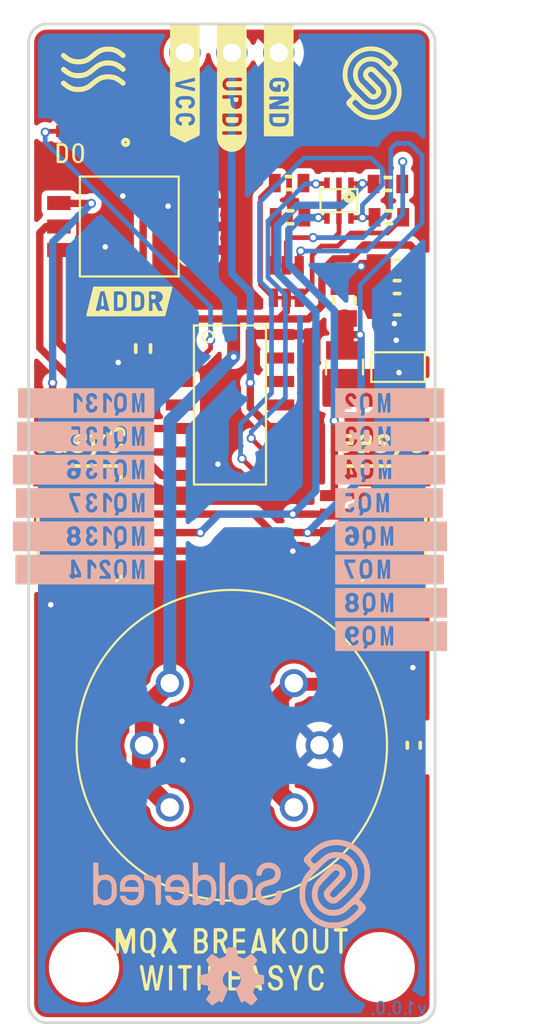
<source format=kicad_pcb>
(kicad_pcb (version 20210623) (generator pcbnew)
  (layers (0 "F.Cu" signal) (31 "B.Cu" signal) (34 "B.Paste" user) (35 "F.Paste" user) (36 "B.SilkS" user "B.Silkscreen") (37 "F.SilkS" user "F.Silkscreen") (38 "B.Mask" user) (39 "F.Mask" user) (44 "Edge.Cuts" user))
  (net 0 "")
  (net 1 "GND")
  (net 2 "5V")
  (net 3 "AO")
  (net 4 "3V3")
  (net 5 "Net-(D1-Pad1)")
  (net 6 "SCL_PULL5")
  (net 7 "SDA_PULL5")
  (net 8 "SCL_PULL3,3")
  (net 9 "SDA_PULL3,3")
  (net 10 "SCL")
  (net 11 "SDA")
  (net 12 "UPDI")
  (net 13 "ADD1")
  (net 14 "ADD2")
  (net 15 "ADD3")
  (net 16 "Net-(L1-Pad1)")
  (net 17 "SCL5")
  (net 18 "SDA5")
  (net 19 "D0")
  (net 22 "A0")
  (footprint "e-radionica.com footprinti:0603R" (layer "F.Cu") (at 111.85 115 90)
    (fp_text reference "R1")
    (fp_text value "10k")
    (pad "1" smd rect locked (at -0.775 0 180) (size 1 0.64) (layers "F.Cu" "F.Paste" "F.Mask") (net 1 "GND"))
    (pad "2" smd rect locked (at 0.775 0 180) (size 1 0.64) (layers "F.Cu" "F.Paste" "F.Mask") (net 3 "AO"))
  )
  (footprint "e-radionica.com footprinti:DSHP03TS-S" (layer "F.Cu") (at 96.45 86.95)
    (fp_text reference "K4")
    (fp_text value "DSHP03TS-S")
    (pad "1" smd rect (at -3.81 -1.27 90) (size 0.76 1.27) (layers "F.Cu" "F.Paste" "F.Mask") (net 13 "ADD1"))
    (pad "2" smd rect (at 3.81 -1.27 90) (size 0.76 1.27) (layers "F.Cu" "F.Paste" "F.Mask") (net 1 "GND"))
    (pad "3" smd rect (at -3.81 0 90) (size 0.76 1.27) (layers "F.Cu" "F.Paste" "F.Mask") (net 14 "ADD2"))
    (pad "4" smd rect (at 3.81 0 90) (size 0.76 1.27) (layers "F.Cu" "F.Paste" "F.Mask") (net 1 "GND"))
    (pad "5" smd rect (at -3.81 1.27 90) (size 0.76 1.27) (layers "F.Cu" "F.Paste" "F.Mask") (net 15 "ADD3"))
    (pad "6" smd rect (at 3.81 1.27 90) (size 0.76 1.27) (layers "F.Cu" "F.Paste" "F.Mask") (net 1 "GND"))
  )
  (footprint "buzzardLabel" (layer "F.Cu") (at 99.46 75.6 -90)
    (fp_text reference "" (at 0 0 90) (layer "F.SilkS") (effects (font (size 1.27 1.27))))
    (fp_text value "" (at 0 0 90) (layer "F.SilkS") (effects (font (size 1.27 1.27))))
  )
  (footprint "Soldered Graphics:Logo-Back-SolderedFULL-15mm" (layer "F.Cu") (at 102 122.5)
    (fp_text reference "REF**" hide)
    (fp_text value "Logo-Front-SolderedFULL-15mm" hide)
  )
  (footprint "e-radionica.com footprinti:MQ" (layer "F.Cu") (at 102 115)
    (fp_text reference "U1")
    (fp_text value "MQ-X")
    (pad "1" thru_hole circle locked (at -3.358757 -3.358757) (size 1.524 1.524) (drill 1) (layers *.Cu *.Mask) (net 2 "5V"))
    (pad "2" thru_hole circle locked (at -4.75 0) (size 1.524 1.524) (drill 1) (layers *.Cu *.Mask) (net 2 "5V"))
    (pad "3" thru_hole circle locked (at -3.358757 3.358757) (size 1.524 1.524) (drill 1) (layers *.Cu *.Mask) (net 2 "5V"))
    (pad "4" thru_hole circle locked (at 3.358757 3.358757) (size 1.524 1.524) (drill 1) (layers *.Cu *.Mask) (net 3 "AO"))
    (pad "5" thru_hole circle locked (at 4.75 0) (size 1.524 1.524) (drill 1) (layers *.Cu *.Mask) (net 1 "GND"))
    (pad "6" thru_hole circle locked (at 3.358757 -3.358757) (size 1.524 1.524) (drill 1) (layers *.Cu *.Mask) (net 3 "AO"))
  )
  (footprint "e-radionica.com footprinti:0603C" (layer "F.Cu") (at 97.2 93.55 -90)
    (fp_text reference "C4")
    (fp_text value "0.1uF")
    (pad "1" smd rect locked (at -0.73 0 270) (size 0.66 1) (layers "F.Cu" "F.Paste" "F.Mask") (net 2 "5V"))
    (pad "2" smd rect locked (at 0.73 0 270) (size 0.66 1) (layers "F.Cu" "F.Paste" "F.Mask") (net 1 "GND"))
  )
  (footprint "e-radionica.com footprinti:0603R" (layer "F.Cu") (at 110.45 84.65 180)
    (fp_text reference "R2")
    (fp_text value "10k")
    (pad "1" smd rect locked (at -0.775 0 270) (size 1 0.64) (layers "F.Cu" "F.Paste" "F.Mask") (net 9 "SDA_PULL3,3"))
    (pad "2" smd rect locked (at 0.775 0 270) (size 1 0.64) (layers "F.Cu" "F.Paste" "F.Mask") (net 11 "SDA"))
  )
  (footprint "e-radionica.com footprinti:FIDUCIAL_23" (layer "F.Cu") (at 102 120)
    (fp_text reference "FD1")
    (fp_text value "FIDUCIAL")
    (fp_circle (center 0 0) (end 1 0) (layer "F.Cu") (width 0.2) (fill none))
    (pad "1" smd circle (at 0 0) (size 1 1) (layers "F.Cu" "F.Paste" "F.Mask") (clearance 1.1))
  )
  (footprint "e-radionica.com footprinti:0603R" (layer "F.Cu") (at 110.5 86.45)
    (fp_text reference "R4")
    (fp_text value "10k")
    (pad "1" smd rect locked (at -0.775 0 90) (size 1 0.64) (layers "F.Cu" "F.Paste" "F.Mask") (net 18 "SDA5"))
    (pad "2" smd rect locked (at 0.775 0 90) (size 1 0.64) (layers "F.Cu" "F.Paste" "F.Mask") (net 7 "SDA_PULL5"))
  )
  (footprint "e-radionica.com footprinti:HEADER-UPDI" (layer "F.Cu") (at 102 77.55)
    (fp_text reference "K2")
    (fp_text value "HEADER-UPDI")
    (pad "1" thru_hole circle locked (at -2.54 0) (size 1.7 1.7) (drill 1) (layers *.Cu *.Mask) (net 2 "5V"))
    (pad "2" thru_hole circle locked (at 0 0) (size 1.7 1.7) (drill 1) (layers *.Cu *.Mask) (net 12 "UPDI"))
    (pad "3" thru_hole circle locked (at 2.54 0) (size 1.7 1.7) (drill 1) (layers *.Cu *.Mask) (net 1 "GND"))
  )
  (footprint "Soldered Graphics:Logo-Front-easyC-5mm" (layer "F.Cu") (at 93.8 98.65)
    (fp_text reference "G***" hide)
    (fp_text value "LOGO" hide)
  )
  (footprint "e-radionica.com footprinti:easyC-connector" (layer "F.Cu") (at 94.3 103 90)
    (fp_text reference "K3")
    (fp_text value "easyC-SMD")
    (pad "1" smd rect locked (at -1.5 2.15 90) (size 0.6 1.55) (layers "F.Cu" "F.Paste" "F.Mask") (net 10 "SCL"))
    (pad "2" smd rect locked (at -0.5 2.15 90) (size 0.6 1.55) (layers "F.Cu" "F.Paste" "F.Mask") (net 11 "SDA"))
    (pad "3" smd rect locked (at 0.5 2.15 90) (size 0.6 1.55) (layers "F.Cu" "F.Paste" "F.Mask") (net 4 "3V3"))
    (pad "4" smd rect locked (at 1.5 2.15 90) (size 0.6 1.55) (layers "F.Cu" "F.Paste" "F.Mask") (net 1 "GND"))
    (pad "5" smd rect locked (at 2.6 -2.15 90) (size 1.2 1.8) (layers "F.Cu" "F.Paste" "F.Mask") (net 1 "GND"))
    (pad "5" smd rect locked (at -2.6 -2.15 90) (size 1.2 1.8) (layers "F.Cu" "F.Paste" "F.Mask") (net 1 "GND"))
  )
  (footprint "buzzardLabel" (layer "F.Cu") (at 96.45 91)
    (fp_text reference "" (at 0 0) (layer "F.SilkS") (effects (font (size 1.27 1.27))))
    (fp_text value "" (at 0 0) (layer "F.SilkS") (effects (font (size 1.27 1.27))))
  )
  (footprint "e-radionica.com footprinti:SMD_JUMPER_3_PAD_TRACE" (layer "F.Cu") (at 104.95 89.05)
    (fp_text reference "JP2")
    (fp_text value "SMD_JUMPER_3_PAD_TRACE")
    (fp_poly (pts (xy 0.45 0.05) (xy 0.25 0.05) (xy 0.25 -0.05) (xy 0.45 -0.05)) (layer "F.Cu") (width 0.1) (fill solid))
    (fp_poly (pts (xy -0.25 0.05) (xy -0.45 0.05) (xy -0.45 -0.05) (xy -0.25 -0.05)) (layer "F.Cu") (width 0.1) (fill solid))
    (pad "1" smd rect (at -0.7 0 180) (size 0.5 1) (layers "F.Cu" "F.Mask") (net 8 "SCL_PULL3,3"))
    (pad "2" smd custom (at 0 0 180) (size 0.5 1) (layers "F.Cu" "F.Mask") (net 4 "3V3") (options (clearance outline) (anchor rect)) (primitives))
    (pad "3" smd rect (at 0.7 0 180) (size 0.5 1) (layers "F.Cu" "F.Mask") (net 9 "SDA_PULL3,3"))
  )
  (footprint "Soldered Graphics:Symbol-Front-Air-Quality" (layer "F.Cu") (at 94.5 78.45)
    (fp_text reference "G***" hide)
    (fp_text value "LOGO" hide)
  )
  (footprint "e-radionica.com footprinti:0805C" (layer "F.Cu") (at 110.95 89.3)
    (fp_text reference "C1")
    (fp_text value "CL10A226MPCNUBE")
    (pad "1" smd rect locked (at -0.975 0 90) (size 1.35 0.9) (layers "F.Cu" "F.Paste" "F.Mask") (net 1 "GND"))
    (pad "2" smd rect locked (at 0.975 0 90) (size 1.35 0.9) (layers "F.Cu" "F.Paste" "F.Mask") (net 2 "5V"))
  )
  (footprint "Soldered Graphics:Logo-Back-OSH-3.5mm" (layer "F.Cu") (at 102 127.5)
    (fp_text reference "G***" hide)
    (fp_text value "LOGO" hide)
  )
  (footprint "e-radionica.com footprinti:SOIC-14" (layer "F.Cu") (at 101.9 96.6)
    (fp_text reference "U4")
    (fp_text value "ATTINY404-SSNR")
    (pad "1" smd rect (at -2.7 -3.81) (size 1.55 0.6) (layers "F.Cu" "F.Paste" "F.Mask") (net 2 "5V"))
    (pad "2" smd rect (at -2.7 -2.54) (size 1.55 0.6) (layers "F.Cu" "F.Paste" "F.Mask") (net 19 "D0"))
    (pad "3" smd rect (at -2.7 -1.27) (size 1.55 0.6) (layers "F.Cu" "F.Paste" "F.Mask") (net 22 "A0"))
    (pad "4" smd rect (at -2.7 0) (size 1.55 0.6) (layers "F.Cu" "F.Paste" "F.Mask"))
    (pad "5" smd rect (at -2.7 1.27) (size 1.55 0.6) (layers "F.Cu" "F.Paste" "F.Mask") (net 15 "ADD3"))
    (pad "6" smd rect (at -2.7 2.54) (size 1.55 0.6) (layers "F.Cu" "F.Paste" "F.Mask") (net 14 "ADD2"))
    (pad "7" smd rect (at -2.7 3.81) (size 1.55 0.6) (layers "F.Cu" "F.Paste" "F.Mask") (net 13 "ADD1"))
    (pad "8" smd rect (at 2.7 3.81) (size 1.55 0.6) (layers "F.Cu" "F.Paste" "F.Mask") (net 18 "SDA5"))
    (pad "9" smd rect (at 2.7 2.54) (size 1.55 0.6) (layers "F.Cu" "F.Paste" "F.Mask") (net 17 "SCL5"))
    (pad "10" smd rect (at 2.7 1.27) (size 1.55 0.6) (layers "F.Cu" "F.Paste" "F.Mask") (net 12 "UPDI"))
    (pad "11" smd rect (at 2.7 0) (size 1.55 0.6) (layers "F.Cu" "F.Paste" "F.Mask"))
    (pad "12" smd rect (at 2.7 -1.27) (size 1.55 0.6) (layers "F.Cu" "F.Paste" "F.Mask"))
    (pad "13" smd rect (at 2.7 -2.54) (size 1.55 0.6) (layers "F.Cu" "F.Paste" "F.Mask"))
    (pad "14" smd rect (at 2.7 -3.81) (size 1.55 0.6) (layers "F.Cu" "F.Paste" "F.Mask") (net 1 "GND"))
  )
  (footprint "e-radionica.com footprinti:0805C" (layer "F.Cu") (at 108.1 90.95 -90)
    (fp_text reference "C3")
    (fp_text value "C1608X7S1A475K080AC")
    (pad "1" smd rect locked (at -0.975 0) (size 1.35 0.9) (layers "F.Cu" "F.Paste" "F.Mask") (net 1 "GND"))
    (pad "2" smd rect locked (at 0.975 0) (size 1.35 0.9) (layers "F.Cu" "F.Paste" "F.Mask") (net 4 "3V3"))
  )
  (footprint "e-radionica.com footprinti:HOLE_3.2mm" (layer "F.Cu") (at 94 127)
    (fp_text reference "H2" hide)
    (fp_text value "HOLE_3.2mm" hide)
    (pad "" np_thru_hole circle locked (at 0 0) (size 3.2 3.2) (drill 3.2) (layers F&B.Cu *.Mask))
  )
  (footprint "e-radionica.com footprinti:tps613222a" (layer "F.Cu") (at 111 94.55 90)
    (fp_text reference "U3")
    (fp_text value "TPS613222A")
    (pad "1" smd rect (at -1.3 -0.95 90) (size 1.1 0.6) (layers "F.Cu" "F.Paste" "F.Mask") (net 16 "Net-(L1-Pad1)"))
    (pad "2" smd rect (at -1.3 0 90) (size 1.1 0.6) (layers "F.Cu" "F.Paste" "F.Mask") (net 1 "GND"))
    (pad "3" smd rect (at -1.3 0.95 90) (size 1.1 0.6) (layers "F.Cu" "F.Paste" "F.Mask"))
    (pad "4" smd rect (at 1.3 0.95 90) (size 1.1 0.6) (layers "F.Cu" "F.Paste" "F.Mask") (net 2 "5V"))
    (pad "5" smd rect (at 1.3 -0.95 90) (size 1.1 0.6) (layers "F.Cu" "F.Paste" "F.Mask"))
  )
  (footprint "e-radionica.com footprinti:0402LED" (layer "F.Cu") (at 95.35 81.8)
    (fp_text reference "D1")
    (fp_text value "purple")
    (pad "1" smd rect locked (at -0.55 0 90) (size 0.75 0.45) (layers "F.Cu" "F.Paste" "F.Mask") (net 5 "Net-(D1-Pad1)"))
    (pad "2" smd rect locked (at 0.55 0 90) (size 0.75 0.45) (layers "F.Cu" "F.Paste" "F.Mask") (net 1 "GND"))
  )
  (footprint "e-radionica.com footprinti:0603R" (layer "F.Cu") (at 105.15 86.45 180)
    (fp_text reference "R5")
    (fp_text value "10k")
    (pad "1" smd rect locked (at -0.775 0 270) (size 1 0.64) (layers "F.Cu" "F.Paste" "F.Mask") (net 10 "SCL"))
    (pad "2" smd rect locked (at 0.775 0 270) (size 1 0.64) (layers "F.Cu" "F.Paste" "F.Mask") (net 8 "SCL_PULL3,3"))
  )
  (footprint "e-radionica.com footprinti:0805C" (layer "F.Cu") (at 110.95 91.15)
    (fp_text reference "C2")
    (fp_text value "CL10A226MPCNUBE")
    (pad "1" smd rect locked (at -0.975 0 90) (size 1.35 0.9) (layers "F.Cu" "F.Paste" "F.Mask") (net 1 "GND"))
    (pad "2" smd rect locked (at 0.975 0 90) (size 1.35 0.9) (layers "F.Cu" "F.Paste" "F.Mask") (net 2 "5V"))
  )
  (footprint "Soldered Graphics:Logo-Front-easyC-5mm" (layer "F.Cu") (at 110.2 98.65)
    (fp_text reference "G***" hide)
    (fp_text value "LOGO" hide)
  )
  (footprint "e-radionica.com footprinti:SOT-363" (layer "F.Cu") (at 107.8 85.55 -90)
    (fp_text reference "U2")
    (fp_text value "NMOS-DUAL")
    (pad "1" smd rect (at -0.92 -0.65) (size 0.3 0.66) (layers "F.Cu" "F.Paste" "F.Mask") (net 11 "SDA"))
    (pad "2" smd rect (at -0.92 0) (size 0.3 0.66) (layers "F.Cu" "F.Paste" "F.Mask") (net 4 "3V3"))
    (pad "3" smd rect (at -0.92 0.65) (size 0.3 0.66) (layers "F.Cu" "F.Paste" "F.Mask") (net 17 "SCL5"))
    (pad "4" smd rect (at 0.92 0.65) (size 0.3 0.66) (layers "F.Cu" "F.Paste" "F.Mask") (net 10 "SCL"))
    (pad "5" smd rect (at 0.92 0) (size 0.3 0.66) (layers "F.Cu" "F.Paste" "F.Mask") (net 4 "3V3"))
    (pad "6" smd rect (at 0.92 -0.65) (size 0.3 0.66) (layers "F.Cu" "F.Paste" "F.Mask") (net 18 "SDA5"))
  )
  (footprint "e-radionica.com footprinti:HOLE_3.2mm" (layer "F.Cu") (at 110 127)
    (fp_text reference "H1" hide)
    (fp_text value "HOLE_3.2mm" hide)
    (pad "" np_thru_hole circle locked (at 0 0) (size 3.2 3.2) (drill 3.2) (layers F&B.Cu *.Mask))
  )
  (footprint "e-radionica.com footprinti:easyC-connector" (layer "F.Cu") (at 109.7 103 -90)
    (fp_text reference "K1")
    (fp_text value "easyC-SMD")
    (pad "1" smd rect locked (at -1.5 2.15 270) (size 0.6 1.55) (layers "F.Cu" "F.Paste" "F.Mask") (net 10 "SCL"))
    (pad "2" smd rect locked (at -0.5 2.15 270) (size 0.6 1.55) (layers "F.Cu" "F.Paste" "F.Mask") (net 11 "SDA"))
    (pad "3" smd rect locked (at 0.5 2.15 270) (size 0.6 1.55) (layers "F.Cu" "F.Paste" "F.Mask") (net 4 "3V3"))
    (pad "4" smd rect locked (at 1.5 2.15 270) (size 0.6 1.55) (layers "F.Cu" "F.Paste" "F.Mask") (net 1 "GND"))
    (pad "5" smd rect locked (at -2.6 -2.15 270) (size 1.2 1.8) (layers "F.Cu" "F.Paste" "F.Mask") (net 1 "GND"))
    (pad "5" smd rect locked (at 2.6 -2.15 270) (size 1.2 1.8) (layers "F.Cu" "F.Paste" "F.Mask") (net 1 "GND"))
  )
  (footprint "buzzardLabel" (layer "F.Cu") (at 102 75.6 -90)
    (fp_text reference "" (at 0 0 90) (layer "F.SilkS") (effects (font (size 1.27 1.27))))
    (fp_text value "" (at 0 0 90) (layer "F.SilkS") (effects (font (size 1.27 1.27))))
  )
  (footprint "Soldered Graphics:Logo-Front-Soldered-4mm" (layer "F.Cu") (at 109.6 79.2)
    (fp_text reference "G***" hide)
    (fp_text value "LOGO" hide)
  )
  (footprint "e-radionica.com footprinti:0806L" (layer "F.Cu") (at 108.1 94.55 90)
    (fp_text reference "L1")
    (fp_text value "DFE201612E-2R2M=P2")
    (pad "1" smd rect (at -0.9 0 90) (size 1 2) (layers "F.Cu" "F.Paste" "F.Mask") (net 16 "Net-(L1-Pad1)"))
    (pad "2" smd rect (at 0.9 0 90) (size 1 2) (layers "F.Cu" "F.Paste" "F.Mask") (net 4 "3V3"))
  )
  (footprint "buzzardLabel" (layer "F.Cu") (at 102 125.6)
    (fp_text reference "" (at 0 0) (layer "F.SilkS") (effects (font (size 1.27 1.27))))
    (fp_text value "" (at 0 0) (layer "F.SilkS") (effects (font (size 1.27 1.27))))
  )
  (footprint "buzzardLabel" (layer "F.Cu") (at 93.26 83)
    (fp_text reference "" (at 0 0) (layer "F.SilkS") (effects (font (size 1.27 1.27))))
    (fp_text value "" (at 0 0) (layer "F.SilkS") (effects (font (size 1.27 1.27))))
  )
  (footprint "e-radionica.com footprinti:0603R" (layer "F.Cu") (at 105.1 84.6)
    (fp_text reference "R3")
    (fp_text value "10k")
    (pad "1" smd rect locked (at -0.775 0 90) (size 1 0.64) (layers "F.Cu" "F.Paste" "F.Mask") (net 6 "SCL_PULL5"))
    (pad "2" smd rect locked (at 0.775 0 90) (size 1 0.64) (layers "F.Cu" "F.Paste" "F.Mask") (net 17 "SCL5"))
  )
  (footprint "e-radionica.com footprinti:0402R" (layer "F.Cu") (at 93.26 81.8)
    (fp_text reference "R6")
    (fp_text value "2k2")
    (pad "1" smd rect locked (at -0.5 0 90) (size 0.64 0.54) (layers "F.Cu" "F.Paste" "F.Mask") (net 19 "D0"))
    (pad "2" smd rect locked (at 0.5 0 90) (size 0.64 0.54) (layers "F.Cu" "F.Paste" "F.Mask") (net 5 "Net-(D1-Pad1)"))
  )
  (footprint "e-radionica.com footprinti:SMD_JUMPER_3_PAD_TRACE" (layer "F.Cu") (at 104.95 90.8)
    (fp_text reference "JP1")
    (fp_text value "SMD_JUMPER_3_PAD_TRACE")
    (fp_poly (pts (xy 0.45 0.05) (xy 0.25 0.05) (xy 0.25 -0.05) (xy 0.45 -0.05)) (layer "F.Cu") (width 0.1) (fill solid))
    (fp_poly (pts (xy -0.25 0.05) (xy -0.45 0.05) (xy -0.45 -0.05) (xy -0.25 -0.05)) (layer "F.Cu") (width 0.1) (fill solid))
    (pad "1" smd rect (at -0.7 0 180) (size 0.5 1) (layers "F.Cu" "F.Mask") (net 6 "SCL_PULL5"))
    (pad "2" smd custom (at 0 0 180) (size 0.5 1) (layers "F.Cu" "F.Mask") (net 2 "5V") (options (clearance outline) (anchor rect)) (primitives))
    (pad "3" smd rect (at 0.7 0 180) (size 0.5 1) (layers "F.Cu" "F.Mask") (net 7 "SDA_PULL5"))
  )
  (footprint "buzzardLabel" (layer "F.Cu") (at 102 127.6)
    (fp_text reference "" (at 0 0) (layer "F.SilkS") (effects (font (size 1.27 1.27))))
    (fp_text value "" (at 0 0) (layer "F.SilkS") (effects (font (size 1.27 1.27))))
  )
  (footprint "buzzardLabel" (layer "F.Cu") (at 104.54 75.6 -90)
    (fp_text reference "" (at 0 0 90) (layer "F.SilkS") (effects (font (size 1.27 1.27))))
    (fp_text value "" (at 0 0 90) (layer "F.SilkS") (effects (font (size 1.27 1.27))))
  )
  (footprint "buzzardLabel" (layer "B.Cu") (at 98.2 96.5 180)
    (fp_text reference "" (at 0 0) (layer "B.SilkS") (effects (font (size 1.27 1.27)) (justify mirror)))
    (fp_text value "" (at 0 0) (layer "B.SilkS") (effects (font (size 1.27 1.27)) (justify mirror)))
  )
  (footprint "buzzardLabel" (layer "B.Cu") (at 107.2 98.3 180)
    (fp_text reference "" (at 0 0) (layer "B.SilkS") (effects (font (size 1.27 1.27)) (justify mirror)))
    (fp_text value "" (at 0 0) (layer "B.SilkS") (effects (font (size 1.27 1.27)) (justify mirror)))
  )
  (footprint "buzzardLabel" (layer "B.Cu") (at 107.2 109.1 180)
    (fp_text reference "" (at 0 0) (layer "B.SilkS") (effects (font (size 1.27 1.27)) (justify mirror)))
    (fp_text value "" (at 0 0) (layer "B.SilkS") (effects (font (size 1.27 1.27)) (justify mirror)))
  )
  (footprint "buzzardLabel" (layer "B.Cu") (at 107.2 107.3 180)
    (fp_text reference "" (at 0 0) (layer "B.SilkS") (effects (font (size 1.27 1.27)) (justify mirror)))
    (fp_text value "" (at 0 0) (layer "B.SilkS") (effects (font (size 1.27 1.27)) (justify mirror)))
  )
  (footprint "buzzardLabel" (layer "B.Cu") (at 98.2 103.7 180)
    (fp_text reference "" (at 0 0) (layer "B.SilkS") (effects (font (size 1.27 1.27)) (justify mirror)))
    (fp_text value "" (at 0 0) (layer "B.SilkS") (effects (font (size 1.27 1.27)) (justify mirror)))
  )
  (footprint "buzzardLabel" (layer "B.Cu") (at 107.2 103.7 180)
    (fp_text reference "" (at 0 0) (layer "B.SilkS") (effects (font (size 1.27 1.27)) (justify mirror)))
    (fp_text value "" (at 0 0) (layer "B.SilkS") (effects (font (size 1.27 1.27)) (justify mirror)))
  )
  (footprint "buzzardLabel" (layer "B.Cu") (at 98.2 100.1 180)
    (fp_text reference "" (at 0 0) (layer "B.SilkS") (effects (font (size 1.27 1.27)) (justify mirror)))
    (fp_text value "" (at 0 0) (layer "B.SilkS") (effects (font (size 1.27 1.27)) (justify mirror)))
  )
  (footprint "buzzardLabel" (layer "B.Cu") (at 107.2 96.5 180)
    (fp_text reference "" (at 0 0) (layer "B.SilkS") (effects (font (size 1.27 1.27)) (justify mirror)))
    (fp_text value "" (at 0 0) (layer "B.SilkS") (effects (font (size 1.27 1.27)) (justify mirror)))
  )
  (footprint "buzzardLabel" (layer "B.Cu") (at 107.2 105.5 180)
    (fp_text reference "" (at 0 0) (layer "B.SilkS") (effects (font (size 1.27 1.27)) (justify mirror)))
    (fp_text value "" (at 0 0) (layer "B.SilkS") (effects (font (size 1.27 1.27)) (justify mirror)))
  )
  (footprint "buzzardLabel" (layer "B.Cu") (at 107.2 100.1 180)
    (fp_text reference "" (at 0 0) (layer "B.SilkS") (effects (font (size 1.27 1.27)) (justify mirror)))
    (fp_text value "" (at 0 0) (layer "B.SilkS") (effects (font (size 1.27 1.27)) (justify mirror)))
  )
  (footprint "buzzardLabel" (layer "B.Cu") (at 107.2 101.9 180)
    (fp_text reference "" (at 0 0) (layer "B.SilkS") (effects (font (size 1.27 1.27)) (justify mirror)))
    (fp_text value "" (at 0 0) (layer "B.SilkS") (effects (font (size 1.27 1.27)) (justify mirror)))
  )
  (footprint "Soldered Graphics:Version1.0.0." (layer "B.Cu") (at 111 129.2 180)
    (fp_text reference "Ref**" hide)
    (fp_text value "Val**" hide)
    (fp_poly (pts (xy 1.31 -0.38) (xy 1.36 -0.38) (xy 1.41 -0.37) (xy 1.42 -0.33) (xy 1.42 -0.27) (xy 1.38 -0.26) (xy 1.33 -0.26) (xy 1.3 -0.29) (xy 1.3 -0.34) (xy 1.31 -0.38)) (layer "B.Cu") (width 0.01) (fill solid))
    (fp_poly (pts (xy 0.93 -0.35) (xy 0.99 -0.35) (xy 1.04 -0.33) (xy 1.01 -0.28) (xy 0.91 -0.28) (xy 0.87 -0.25) (xy 0.85 -0.2) (xy 0.83 -0.15) (xy 0.83 -0.11) (xy 0.82 0.01) (xy 0.83 0.13) (xy 0.83 0.17) (xy 0.84 0.22) (xy 0.87 0.27) (xy 0.9 0.3) (xy 1.01 0.3) (xy 1.04 0.26) (xy 1.05 0.21) (xy 1.06 0.15) (xy 1.07 0.05) (xy 1.07 -0.08) (xy 1.06 -0.12) (xy 1.06 -0.17) (xy 1.04 -0.22) (xy 1.02 -0.27) (xy 1.01 -0.28) (xy 1.05 -0.32) (xy 1.09 -0.29) (xy 1.12 -0.26) (xy 1.14 -0.22) (xy 1.15 -0.16) (xy 1.16 -0.11) (xy 1.16 -0.06) (xy 1.16 0.06) (xy 1.16 0.12) (xy 1.15 0.17) (xy 1.14 0.22) (xy 1.13 0.27) (xy 1.1 0.3) (xy 1.06 0.34) (xy 1.01 0.37) (xy 0.95 0.38) (xy 0.9 0.38) (xy 0.84 0.35) (xy 0.8 0.31) (xy 0.78 0.28) (xy 0.75 0.23) (xy 0.74 0.18) (xy 0.74 0.13) (xy 0.73 0.08) (xy 0.73 -0.04) (xy 0.73 -0.1) (xy 0.74 -0.14) (xy 0.75 -0.2) (xy 0.77 -0.25) (xy 0.79 -0.28) (xy 0.83 -0.32) (xy 0.89 -0.35) (xy 0.93 -0.35)) (layer "B.Cu") (width 0.01) (fill solid))
    (fp_poly (pts (xy 0.06 -0.35) (xy 0.11 -0.35) (xy 0.17 -0.33) (xy 0.13 -0.28) (xy 0.03 -0.28) (xy -0.01 -0.25) (xy -0.03 -0.2) (xy -0.05 -0.15) (xy -0.05 -0.11) (xy -0.05 0.01) (xy -0.05 0.13) (xy -0.05 0.17) (xy -0.03 0.22) (xy -0.01 0.27) (xy 0.02 0.3) (xy 0.13 0.3) (xy 0.16 0.26) (xy 0.18 0.21) (xy 0.18 0.15) (xy 0.19 0.05) (xy 0.19 -0.08) (xy 0.19 -0.12) (xy 0.18 -0.17) (xy 0.16 -0.22) (xy 0.14 -0.27) (xy 0.14 -0.28) (xy 0.17 -0.32) (xy 0.21 -0.29) (xy 0.24 -0.26) (xy 0.26 -0.22) (xy 0.27 -0.16) (xy 0.28 -0.11) (xy 0.28 -0.06) (xy 0.28 0.06) (xy 0.28 0.12) (xy 0.27 0.17) (xy 0.26 0.22) (xy 0.25 0.27) (xy 0.22 0.3) (xy 0.19 0.34) (xy 0.13 0.37) (xy 0.08 0.38) (xy 0.02 0.38) (xy -0.03 0.35) (xy -0.08 0.31) (xy -0.1 0.28) (xy -0.12 0.23) (xy -0.14 0.18) (xy -0.14 0.13) (xy -0.15 0.08) (xy -0.15 -0.04) (xy -0.14 -0.1) (xy -0.14 -0.14) (xy -0.13 -0.2) (xy -0.11 -0.25) (xy -0.08 -0.28) (xy -0.05 -0.32) (xy 0.01 -0.35) (xy 0.06 -0.35)) (layer "B.Cu") (width 0.01) (fill solid))
    (fp_poly (pts (xy 0.43 -0.38) (xy 0.48 -0.38) (xy 0.54 -0.37) (xy 0.54 -0.33) (xy 0.54 -0.27) (xy 0.5 -0.26) (xy 0.45 -0.26) (xy 0.42 -0.29) (xy 0.42 -0.34) (xy 0.43 -0.38)) (layer "B.Cu") (width 0.01) (fill solid))
    (fp_poly (pts (xy -0.44 -0.38) (xy -0.39 -0.38) (xy -0.34 -0.37) (xy -0.34 -0.33) (xy -0.34 -0.27) (xy -0.38 -0.26) (xy -0.43 -0.26) (xy -0.46 -0.29) (xy -0.46 -0.34) (xy -0.44 -0.38)) (layer "B.Cu") (width 0.01) (fill solid))
    (fp_poly (pts (xy -1.33 -0.35) (xy -1.27 -0.35) (xy -1.25 -0.31) (xy -1.09 0.1) (xy -1.11 0.13) (xy -1.16 0.13) (xy -1.19 0.1) (xy -1.28 -0.16) (xy -1.3 -0.21) (xy -1.32 -0.17) (xy -1.41 0.09) (xy -1.44 0.13) (xy -1.49 0.13) (xy -1.51 0.1) (xy -1.36 -0.31) (xy -1.33 -0.35)) (layer "B.Cu") (width 0.01) (fill solid))
    (fp_poly (pts (xy -0.67 -0.35) (xy -0.62 -0.35) (xy -0.6 -0.31) (xy -0.6 0.35) (xy -0.64 0.38) (xy -0.69 0.38) (xy -0.73 0.34) (xy -0.84 0.22) (xy -0.86 0.17) (xy -0.83 0.16) (xy -0.73 0.22) (xy -0.69 0.23) (xy -0.69 -0.31) (xy -0.67 -0.35)) (layer "B.Cu") (width 0.01) (fill solid))
  )
  (footprint "buzzardLabel" (layer "B.Cu") (at 98.2 98.3 180)
    (fp_text reference "" (at 0 0) (layer "B.SilkS") (effects (font (size 1.27 1.27)) (justify mirror)))
    (fp_text value "" (at 0 0) (layer "B.SilkS") (effects (font (size 1.27 1.27)) (justify mirror)))
  )
  (footprint "buzzardLabel" (layer "B.Cu") (at 98.2 105.5 180)
    (fp_text reference "" (at 0 0) (layer "B.SilkS") (effects (font (size 1.27 1.27)) (justify mirror)))
    (fp_text value "" (at 0 0) (layer "B.SilkS") (effects (font (size 1.27 1.27)) (justify mirror)))
  )
  (footprint "buzzardLabel" (layer "B.Cu") (at 98.2 101.9 180)
    (fp_text reference "" (at 0 0) (layer "B.SilkS") (effects (font (size 1.27 1.27)) (justify mirror)))
    (fp_text value "" (at 0 0) (layer "B.SilkS") (effects (font (size 1.27 1.27)) (justify mirror)))
  )
  (gr_arc (start 92 129.000003) (end 91 129) (angle -90) (layer "Edge.Cuts") (width 0.15))
  (gr_line (start 92 130) (end 112 130) (layer "Edge.Cuts") (width 0.15))
  (gr_line (start 91 77) (end 91 129) (layer "Edge.Cuts") (width 0.15))
  (gr_arc (start 112.000002 76.999997) (end 113 77) (angle -90) (layer "Edge.Cuts") (width 0.15))
  (gr_arc (start 91.999997 77.000001) (end 92 76) (angle -90) (layer "Edge.Cuts") (width 0.15))
  (gr_arc (start 112.000003 128.999999) (end 112 129.999997) (angle -90) (layer "Edge.Cuts") (width 0.15))
  (gr_line (start 112 76) (end 92 76) (layer "Edge.Cuts") (width 0.15))
  (gr_line (start 113 129) (end 113 77) (layer "Edge.Cuts") (width 0.15))
  (via (at 98.55 85.85) (size 0.5) (drill 0.3) (layers "F.Cu" "B.Cu") (net 1))
  (via (at 96.1 85.3) (size 0.5) (drill 0.3) (layers "F.Cu" "B.Cu") (net 1))
  (via (at 111.8 110.8) (size 0.5) (drill 0.3) (layers "F.Cu" "B.Cu") (net 1))
  (via (at 99.35 115.8) (size 0.5) (drill 0.3) (layers "F.Cu" "B.Cu") (net 1))
  (via (at 99.3 113.7) (size 0.5) (drill 0.3) (layers "F.Cu" "B.Cu") (net 1))
  (via (at 101.25 99.8) (size 0.5) (drill 0.3) (layers "F.Cu" "B.Cu") (net 1))
  (via (at 95.15 88.05) (size 0.5) (drill 0.3) (layers "F.Cu" "B.Cu") (net 1))
  (via (at 95.85 94.3) (size 0.5) (drill 0.3) (layers "F.Cu" "B.Cu") (net 1))
  (via (at 92.2 107.4) (size 0.5) (drill 0.3) (layers "F.Cu" "B.Cu") (net 1))
  (via (at 109 89.1) (size 0.5) (drill 0.3) (layers "F.Cu" "B.Cu") (net 1))
  (via (at 105.3 104.5) (size 0.5) (drill 0.3) (layers "F.Cu" "B.Cu") (net 1))
  (via (at 111.05 94.85) (size 0.5) (drill 0.3) (layers "F.Cu" "B.Cu") (net 1))
  (via (at 110.8 92.2) (size 0.5) (drill 0.3) (layers "F.Cu" "B.Cu") (net 1))
  (via (at 110.9 93.1) (size 0.5) (drill 0.3) (layers "F.Cu" "B.Cu") (net 1))
  (segment (start 102 91.95) (end 104.55 91.95) (width 0.4) (layer "F.Cu") (net 2))
  (segment (start 97.1 115.15) (end 97.25 115) (width 1) (layer "F.Cu") (net 2))
  (segment (start 97.1 116.817514) (end 97.1 115.15) (width 1) (layer "F.Cu") (net 2))
  (segment (start 97.23 92.79) (end 97.2 92.82) (width 0.4) (layer "F.Cu") (net 2))
  (segment (start 104.55 91.95) (end 104.95 91.55) (width 0.4) (layer "F.Cu") (net 2))
  (segment (start 99.2 92.79) (end 99.2 92.4) (width 0.4) (layer "F.Cu") (net 2))
  (segment (start 111.925 89.3) (end 111.925 93.225) (width 1) (layer "F.Cu") (net 2))
  (segment (start 111.925 88.225) (end 111.925 89.3) (width 0.4) (layer "F.Cu") (net 2))
  (segment (start 106.15 91.95) (end 106.87652 91.22348) (width 0.4) (layer "F.Cu") (net 2))
  (segment (start 102.1 94) (end 102.1 92.05) (width 0.7) (layer "F.Cu") (net 2))
  (segment (start 106.87652 91.22348) (end 106.87652 89.35) (width 0.4) (layer "F.Cu") (net 2))
  (segment (start 108.4 88.7) (end 109.15 87.95) (width 0.4) (layer "F.Cu") (net 2))
  (segment (start 109.15 87.95) (end 111.65 87.95) (width 0.4) (layer "F.Cu") (net 2))
  (segment (start 97.2 92.82) (end 97.2 85.55) (width 0.4) (layer "F.Cu") (net 2))
  (segment (start 104.55 91.95) (end 106.15 91.95) (width 0.4) (layer "F.Cu") (net 2))
  (segment (start 99.65 91.95) (end 102 91.95) (width 0.4) (layer "F.Cu") (net 2))
  (segment (start 99.46 77.55) (end 99.46 83.29) (width 0.4) (layer "F.Cu") (net 2))
  (segment (start 111.925 93.225) (end 111.95 93.25) (width 1) (layer "F.Cu") (net 2))
  (segment (start 106.87652 89.35) (end 107.52652 88.7) (width 0.4) (layer "F.Cu") (net 2))
  (segment (start 99.2 92.4) (end 99.65 91.95) (width 0.4) (layer "F.Cu") (net 2))
  (segment (start 107.52652 88.7) (end 108.4 88.7) (width 0.4) (layer "F.Cu") (net 2))
  (segment (start 97.25 113.032486) (end 98.641243 111.641243) (width 1) (layer "F.Cu") (net 2))
  (segment (start 98.641243 118.358757) (end 97.1 116.817514) (width 1) (layer "F.Cu") (net 2))
  (segment (start 104.95 91.55) (end 104.95 90.8) (width 0.4) (layer "F.Cu") (net 2))
  (segment (start 111.65 87.95) (end 111.925 88.225) (width 0.4) (layer "F.Cu") (net 2))
  (segment (start 99.2 92.79) (end 97.23 92.79) (width 0.4) (layer "F.Cu") (net 2))
  (segment (start 97.2 85.55) (end 99.46 83.29) (width 0.4) (layer "F.Cu") (net 2))
  (segment (start 97.25 115) (end 97.25 113.032486) (width 1) (layer "F.Cu") (net 2))
  (via (at 102.1 94) (size 0.5) (drill 0.3) (layers "F.Cu" "B.Cu") (net 2))
  (segment (start 98.641243 97.458757) (end 102.1 94) (width 0.7) (layer "B.Cu") (net 2))
  (segment (start 98.641243 111.641243) (end 98.641243 97.458757) (width 0.7) (layer "B.Cu") (net 2))
  (segment (start 109.625 114.225) (end 107.1 111.7) (width 0.7) (layer "F.Cu") (net 3))
  (segment (start 104.596758 117.596758) (end 104.596758 112.403242) (width 1) (layer "F.Cu") (net 3))
  (segment (start 105.358757 118.358757) (end 104.596758 117.596758) (width 1) (layer "F.Cu") (net 3))
  (segment (start 104.596758 112.403242) (end 105.358757 111.641243) (width 1) (layer "F.Cu") (net 3))
  (segment (start 107.1 111.7) (end 105.417514 111.7) (width 0.7) (layer "F.Cu") (net 3))
  (segment (start 111.85 114.225) (end 109.625 114.225) (width 0.7) (layer "F.Cu") (net 3))
  (segment (start 105.417514 111.7) (end 105.358757 111.641243) (width 0.7) (layer "F.Cu") (net 3))
  (segment (start 107.55 87.55) (end 107.8 87.3) (width 0.254) (layer "F.Cu") (net 4))
  (segment (start 105.2 87.55) (end 106.4 87.55) (width 0.254) (layer "F.Cu") (net 4))
  (segment (start 108.1 92.9) (end 108.1 91.925) (width 1) (layer "F.Cu") (net 4))
  (segment (start 108.1 93.65) (end 108.1 92.9) (width 1) (layer "F.Cu") (net 4))
  (segment (start 104.95 87.8) (end 105.2 87.55) (width 0.254) (layer "F.Cu") (net 4))
  (segment (start 104.95 89.05) (end 104.95 87.8) (width 0.254) (layer "F.Cu") (net 4))
  (segment (start 108.2 92.8) (end 108.1 92.9) (width 0.4) (layer "F.Cu") (net 4))
  (segment (start 107.8 84.63) (end 107.8 86.47) (width 0.254) (layer "F.Cu") (net 4))
  (segment (start 106.4 87.55) (end 107.55 87.55) (width 0.254) (layer "F.Cu") (net 4))
  (segment (start 104.2 103.5) (end 107.55 103.5) (width 0.4) (layer "F.Cu") (net 4))
  (segment (start 107.8 87.3) (end 107.8 86.47) (width 0.254) (layer "F.Cu") (net 4))
  (segment (start 108.95 92.8) (end 108.2 92.8) (width 0.4) (layer "F.Cu") (net 4))
  (segment (start 96.45 102.5) (end 103.2 102.5) (width 0.4) (layer "F.Cu") (net 4))
  (segment (start 103.2 102.5) (end 104.2 103.5) (width 0.4) (layer "F.Cu") (net 4))
  (via (at 106.1 103.5) (size 0.5) (drill 0.3) (layers "F.Cu" "B.Cu") (net 4))
  (via (at 106.4 87.55) (size 0.5) (drill 0.3) (layers "F.Cu" "B.Cu") (net 4))
  (via (at 108.95 92.8) (size 0.5) (drill 0.3) (layers "F.Cu" "B.Cu") (net 4))
  (segment (start 112.3 86.75) (end 112.3 83.1) (width 0.254) (layer "B.Cu") (net 4))
  (segment (start 110.60352 86.04648) (end 109.1 87.55) (width 0.254) (layer "B.Cu") (net 4))
  (segment (start 109 92.85) (end 108.95 92.8) (width 0.4) (layer "B.Cu") (net 4))
  (segment (start 111.65 82.45) (end 110.9 82.45) (width 0.254) (layer "B.Cu") (net 4))
  (segment (start 108.95 90.1) (end 112.3 86.75) (width 0.254) (layer "B.Cu") (net 4))
  (segment (start 110.9 82.45) (end 110.6 82.75) (width 0.254) (layer "B.Cu") (net 4))
  (segment (start 110.60352 82.75352) (end 110.60352 86.04648) (width 0.254) (layer "B.Cu") (net 4))
  (segment (start 109 100.6) (end 109 92.85) (width 0.4) (layer "B.Cu") (net 4))
  (segment (start 110.6 82.75) (end 110.60352 82.75352) (width 0.254) (layer "B.Cu") (net 4))
  (segment (start 109.1 87.55) (end 106.4 87.55) (width 0.254) (layer "B.Cu") (net 4))
  (segment (start 108.95 92.8) (end 108.95 90.1) (width 0.254) (layer "B.Cu") (net 4))
  (segment (start 112.3 83.1) (end 111.65 82.45) (width 0.254) (layer "B.Cu") (net 4))
  (segment (start 106.1 103.5) (end 109 100.6) (width 0.4) (layer "B.Cu") (net 4))
  (segment (start 93.76 81.8) (end 94.8 81.8) (width 0.254) (layer "F.Cu") (net 5))
  (segment (start 103.55 90.1) (end 104.25 90.8) (width 0.254) (layer "F.Cu") (net 6))
  (segment (start 103.55 85.375) (end 103.55 90.1) (width 0.254) (layer "F.Cu") (net 6))
  (segment (start 104.325 84.6) (end 103.55 85.375) (width 0.254) (layer "F.Cu") (net 6))
  (segment (start 106.35 88.5) (end 106.84648 88.00352) (width 0.254) (layer "F.Cu") (net 7))
  (segment (start 110.425 87.3) (end 111.275 86.45) (width 0.254) (layer "F.Cu") (net 7))
  (segment (start 106.35 90.1) (end 106.35 88.5) (width 0.254) (layer "F.Cu") (net 7))
  (segment (start 105.65 90.8) (end 106.35 90.1) (width 0.254) (layer "F.Cu") (net 7))
  (segment (start 108.441374 87.3) (end 110.425 87.3) (width 0.254) (layer "F.Cu") (net 7))
  (segment (start 107.737854 88.00352) (end 108.441374 87.3) (width 0.254) (layer "F.Cu") (net 7))
  (segment (start 106.84648 88.00352) (end 107.737854 88.00352) (width 0.254) (layer "F.Cu") (net 7))
  (segment (start 104.375 86.45) (end 104.25 86.575) (width 0.254) (layer "F.Cu") (net 8))
  (segment (start 104.25 86.575) (end 104.25 89.05) (width 0.254) (layer "F.Cu") (net 8))
  (segment (start 105.65 88.25) (end 105.706979 88.25) (width 0.254) (layer "F.Cu") (net 9))
  (segment (start 111.25 83.45) (end 111.25 84.625) (width 0.254) (layer "F.Cu") (net 9))
  (segment (start 105.65 89.05) (end 105.65 88.25) (width 0.254) (layer "F.Cu") (net 9))
  (segment (start 105.706979 88.25) (end 105.733479 88.2765) (width 0.254) (layer "F.Cu") (net 9))
  (segment (start 111.25 84.625) (end 111.225 84.65) (width 0.254) (layer "F.Cu") (net 9))
  (via (at 111.25 83.45) (size 0.5) (drill 0.3) (layers "F.Cu" "B.Cu") (net 9))
  (via (at 105.733479 88.2765) (size 0.5) (drill 0.3) (layers "F.Cu" "B.Cu") (net 9))
  (segment (start 109.2735 88.2765) (end 111.25 86.3) (width 0.254) (layer "B.Cu") (net 9))
  (segment (start 111.25 86.3) (end 111.25 83.45) (width 0.254) (layer "B.Cu") (net 9))
  (segment (start 105.733479 88.2765) (end 109.2735 88.2765) (width 0.254) (layer "B.Cu") (net 9))
  (segment (start 105.3 105.95) (end 109.15 105.95) (width 0.4) (layer "F.Cu") (net 10))
  (segment (start 109.4 101.5) (end 107.55 101.5) (width 0.4) (layer "F.Cu") (net 10))
  (segment (start 105.945 86.47) (end 105.925 86.45) (width 0.254) (layer "F.Cu") (net 10))
  (segment (start 109.15 105.95) (end 110 105.1) (width 0.4) (layer "F.Cu") (net 10))
  (segment (start 96.45 104.5) (end 103.85 104.5) (width 0.4) (layer "F.Cu") (net 10))
  (segment (start 110 102.1) (end 109.4 101.5) (width 0.4) (layer "F.Cu") (net 10))
  (segment (start 106.68 86.47) (end 105.945 86.47) (width 0.254) (layer "F.Cu") (net 10))
  (segment (start 107.55 101.5) (end 107.55 97.45) (width 0.4) (layer "F.Cu") (net 10))
  (segment (start 110 105.1) (end 110 102.1) (width 0.4) (layer "F.Cu") (net 10))
  (segment (start 103.85 104.5) (end 105.3 105.95) (width 0.4) (layer "F.Cu") (net 10))
  (segment (start 107.15 86.47) (end 106.68 86.47) (width 0.254) (layer "F.Cu") (net 10))
  (via (at 107.55 97.45) (size 0.5) (drill 0.3) (layers "F.Cu" "B.Cu") (net 10))
  (via (at 106.68 86.47) (size 0.5) (drill 0.3) (layers "F.Cu" "B.Cu") (net 10))
  (segment (start 105.083968 89.033968) (end 105.083968 87.116032) (width 0.4) (layer "B.Cu") (net 10))
  (segment (start 107.55 91.5) (end 105.083968 89.033968) (width 0.4) (layer "B.Cu") (net 10))
  (segment (start 105.73 86.47) (end 106.68 86.47) (width 0.4) (layer "B.Cu") (net 10))
  (segment (start 107.55 97.45) (end 107.55 91.5) (width 0.4) (layer "B.Cu") (net 10))
  (segment (start 105.083968 87.116032) (end 105.73 86.47) (width 0.4) (layer "B.Cu") (net 10))
  (segment (start 108.45 84.63) (end 109.07 84.63) (width 0.254) (layer "F.Cu") (net 11))
  (segment (start 109.655 84.63) (end 109.675 84.65) (width 0.254) (layer "F.Cu") (net 11))
  (segment (start 109.07 84.63) (end 109.655 84.63) (width 0.254) (layer "F.Cu") (net 11))
  (segment (start 106.1 102.5) (end 105.3 102.5) (width 0.4) (layer "F.Cu") (net 11))
  (segment (start 107.55 102.5) (end 106.1 102.5) (width 0.4) (layer "F.Cu") (net 11))
  (segment (start 100.3 103.5) (end 96.45 103.5) (width 0.4) (layer "F.Cu") (net 11))
  (via (at 105.3 102.5) (size 0.5) (drill 0.3) (layers "F.Cu" "B.Cu") (net 11))
  (via (at 109.07 84.63) (size 0.5) (drill 0.3) (layers "F.Cu" "B.Cu") (net 11))
  (via (at 100.3 103.5) (size 0.5) (drill 0.3) (layers "F.Cu" "B.Cu") (net 11))
  (segment (start 106.55 101.25) (end 106.55 91.55) (width 0.4) (layer "B.Cu") (net 11))
  (segment (start 105.3 102.5) (end 106.55 101.25) (width 0.4) (layer "B.Cu") (net 11))
  (segment (start 105.3 102.5) (end 101.3 102.5) (width 0.4) (layer "B.Cu") (net 11))
  (segment (start 109.07 84.68) (end 109.07 84.63) (width 0.4) (layer "B.Cu") (net 11))
  (segment (start 105.55215 85.8) (end 107.95 85.8) (width 0.4) (layer "B.Cu") (net 11))
  (segment (start 104.484448 86.867702) (end 105.55215 85.8) (width 0.4) (layer "B.Cu") (net 11))
  (segment (start 107.95 85.8) (end 109.07 84.68) (width 0.4) (layer "B.Cu") (net 11))
  (segment (start 104.484448 89.484448) (end 104.484448 86.867702) (width 0.4) (layer "B.Cu") (net 11))
  (segment (start 106.55 91.55) (end 104.484448 89.484448) (width 0.4) (layer "B.Cu") (net 11))
  (segment (start 101.3 102.5) (end 100.3 103.5) (width 0.4) (layer "B.Cu") (net 11))
  (segment (start 103 96.745) (end 103 95.4) (width 0.4) (layer "F.Cu") (net 12))
  (segment (start 104.6 97.87) (end 104.125 97.87) (width 0.4) (layer "F.Cu") (net 12))
  (segment (start 104.125 97.87) (end 103 96.745) (width 0.4) (layer "F.Cu") (net 12))
  (via (at 103 95.4) (size 0.5) (drill 0.3) (layers "F.Cu" "B.Cu") (net 12))
  (segment (start 103 95.4) (end 103 90.5) (width 0.4) (layer "B.Cu") (net 12))
  (segment (start 102 89.5) (end 102 77.55) (width 0.4) (layer "B.Cu") (net 12))
  (segment (start 103 90.5) (end 102 89.5) (width 0.4) (layer "B.Cu") (net 12))
  (segment (start 97.54952 99.75048) (end 97.55 99.75) (width 0.4) (layer "F.Cu") (net 13))
  (segment (start 98.21 100.41) (end 99.2 100.41) (width 0.4) (layer "F.Cu") (net 13))
  (segment (start 97.55 99.75) (end 98.21 100.41) (width 0.4) (layer "F.Cu") (net 13))
  (segment (start 92.3 95.4) (end 92.3 96.15) (width 0.4) (layer "F.Cu") (net 13))
  (segment (start 92.3 96.15) (end 95.90048 99.75048) (width 0.4) (layer "F.Cu") (net 13))
  (segment (start 95.90048 99.75048) (end 97.54952 99.75048) (width 0.4) (layer "F.Cu") (net 13))
  (segment (start 94.4 85.7) (end 92.66 85.7) (width 0.4) (layer "F.Cu") (net 13))
  (segment (start 92.66 85.7) (end 92.64 85.68) (width 0.4) (layer "F.Cu") (net 13))
  (via (at 94.4 85.7) (size 0.5) (drill 0.3) (layers "F.Cu" "B.Cu") (net 13))
  (via (at 92.3 95.4) (size 0.5) (drill 0.3) (layers "F.Cu" "B.Cu") (net 13))
  (segment (start 92.3 95.4) (end 92.3 87.8) (width 0.4) (layer "B.Cu") (net 13))
  (segment (start 92.3 87.8) (end 94.4 85.7) (width 0.4) (layer "B.Cu") (net 13))
  (segment (start 91.605489 93.505489) (end 91.605489 87.294511) (width 0.4) (layer "F.Cu") (net 14))
  (segment (start 91.95 86.95) (end 92.64 86.95) (width 0.4) (layer "F.Cu") (net 14))
  (segment (start 97.24 99.14) (end 91.605489 93.505489) (width 0.4) (layer "F.Cu") (net 14))
  (segment (start 99.2 99.14) (end 97.24 99.14) (width 0.4) (layer "F.Cu") (net 14))
  (segment (start 91.605489 87.294511) (end 91.95 86.95) (width 0.4) (layer "F.Cu") (net 14))
  (segment (start 99.2 97.87) (end 97.27 97.87) (width 0.4) (layer "F.Cu") (net 15))
  (segment (start 97.27 97.87) (end 92.64 93.24) (width 0.4) (layer "F.Cu") (net 15))
  (segment (start 92.64 93.24) (end 92.64 88.22) (width 0.4) (layer "F.Cu") (net 15))
  (segment (start 107.15 84.63) (end 105.905 84.63) (width 0.254) (layer "F.Cu") (net 17))
  (segment (start 104.6 99.14) (end 103.79 99.14) (width 0.254) (layer "F.Cu") (net 17))
  (segment (start 105.905 84.63) (end 105.875 84.6) (width 0.254) (layer "F.Cu") (net 17))
  (segment (start 103.79 99.14) (end 103.05 98.4) (width 0.254) (layer "F.Cu") (net 17))
  (via (at 106.55 84.65) (size 0.5) (drill 0.3) (layers "F.Cu" "B.Cu") (net 17))
  (via (at 103.05 98.4) (size 0.5) (drill 0.3) (layers "F.Cu" "B.Cu") (net 17))
  (segment (start 103.05 98.05) (end 104.9 96.2) (width 0.254) (layer "B.Cu") (net 17))
  (segment (start 104.9 96.2) (end 104.9 90.644612) (width 0.254) (layer "B.Cu") (net 17))
  (segment (start 103.957928 86.64961) (end 105.957538 84.65) (width 0.254) (layer "B.Cu") (net 17))
  (segment (start 103.957928 89.702539) (end 103.957928 86.64961) (width 0.254) (layer "B.Cu") (net 17))
  (segment (start 105.957538 84.65) (end 106.55 84.65) (width 0.254) (layer "B.Cu") (net 17))
  (segment (start 103.05 98.4) (end 103.05 98.05) (width 0.254) (layer "B.Cu") (net 17))
  (segment (start 104.9 90.644612) (end 103.957928 89.702539) (width 0.254) (layer "B.Cu") (net 17))
  (segment (start 108.45 86.47) (end 109.07 86.47) (width 0.254) (layer "F.Cu") (net 18))
  (segment (start 104.6 100.41) (end 103.46 100.41) (width 0.254) (layer "F.Cu") (net 18))
  (segment (start 103.46 100.41) (end 102.55 99.5) (width 0.254) (layer "F.Cu") (net 18))
  (segment (start 109.705 86.47) (end 109.725 86.45) (width 0.254) (layer "F.Cu") (net 18))
  (segment (start 109.07 86.47) (end 109.705 86.47) (width 0.254) (layer "F.Cu") (net 18))
  (via (at 102.55 99.5) (size 0.5) (drill 0.3) (layers "F.Cu" "B.Cu") (net 18))
  (via (at 109.07 86.47) (size 0.5) (drill 0.3) (layers "F.Cu" "B.Cu") (net 18))
  (segment (start 102.473489 97.626511) (end 104.15 95.95) (width 0.254) (layer "B.Cu") (net 18))
  (segment (start 105.9 83.25) (end 109.55 83.25) (width 0.254) (layer "B.Cu") (net 18))
  (segment (start 102.473489 99.423489) (end 102.473489 97.626511) (width 0.254) (layer "B.Cu") (net 18))
  (segment (start 109.07 85.78) (end 109.07 86.47) (width 0.254) (layer "B.Cu") (net 18))
  (segment (start 104.15 95.95) (end 104.15 90.535986) (width 0.254) (layer "B.Cu") (net 18))
  (segment (start 102.55 99.5) (end 102.473489 99.423489) (width 0.254) (layer "B.Cu") (net 18))
  (segment (start 110.15 83.85) (end 110.15 84.7) (width 0.254) (layer "B.Cu") (net 18))
  (segment (start 109.55 83.25) (end 110.15 83.85) (width 0.254) (layer "B.Cu") (net 18))
  (segment (start 104.15 90.535986) (end 103.5 89.885986) (width 0.254) (layer "B.Cu") (net 18))
  (segment (start 103.5 89.885986) (end 103.5 85.65) (width 0.254) (layer "B.Cu") (net 18))
  (segment (start 110.15 84.7) (end 109.07 85.78) (width 0.254) (layer "B.Cu") (net 18))
  (segment (start 103.5 85.65) (end 105.9 83.25) (width 0.254) (layer "B.Cu") (net 18))
  (segment (start 92.76 81.8) (end 91.95 81.8) (width 0.254) (layer "F.Cu") (net 19))
  (segment (start 100.85 93.55) (end 100.85 93.1) (width 0.254) (layer "F.Cu") (net 19))
  (segment (start 91.95 81.8) (end 91.9 81.85) (width 0.254) (layer "F.Cu") (net 19))
  (segment (start 99.2 94.06) (end 100.34 94.06) (width 0.254) (layer "F.Cu") (net 19))
  (segment (start 100.34 94.06) (end 100.85 93.55) (width 0.254) (layer "F.Cu") (net 19))
  (via (at 100.85 93.1) (size 0.5) (drill 0.3) (layers "F.Cu" "B.Cu") (net 19))
  (via (at 91.9 81.85) (size 0.5) (drill 0.3) (layers "F.Cu" "B.Cu") (net 19))
  (segment (start 100.85 91.296763) (end 93.003237 83.45) (width 0.254) (layer "B.Cu") (net 19))
  (segment (start 100.85 93.1) (end 100.85 91.296763) (width 0.254) (layer "B.Cu") (net 19))
  (segment (start 91.9 82.4) (end 91.9 81.85) (width 0.254) (layer "B.Cu") (net 19))
  (segment (start 92.95 83.45) (end 91.9 82.4) (width 0.254) (layer "B.Cu") (net 19))
  (segment (start 93.003237 83.45) (end 92.95 83.45) (width 0.254) (layer "B.Cu") (net 19))
  (zone (net 1) (net_name "GND") (layer "F.Cu") (connect_pads (clearance 0.3)) (min_thickness 0.254) (fill yes (thermal_gap 0.508) (thermal_bridge_width 0.508))
    (polygon (pts (xy 113 130) (xy 91 130) (xy 91 76) (xy 113 76)))
  )
  (zone (net 1) (net_name "GND") (layer "F.Cu") (priority 4) (connect_pads yes (clearance 0.127)) (min_thickness 0.05) (fill yes (thermal_gap 0.508) (thermal_bridge_width 0.508))
    (polygon (pts (xy 110.6 91.85) (xy 111.1 91.85) (xy 111.1 92.55) (xy 110.55 92.55) (xy 110.3 91.95) (xy 109.35 91.95) (xy 109.15 91.5) (xy 108.75 91.2) (xy 108.65 90.65) (xy 107.35 90.65) (xy 107.35 89.45) (xy 108.7 89.45) (xy 108.7 88.75) (xy 109.3 88.75) (xy 109.3 88.45) (xy 110.6 88.45)))
  )
  (zone (net 16) (net_name "Net-(L1-Pad1)") (layer "F.Cu") (priority 2) (connect_pads yes (clearance 0.2)) (min_thickness 0.254) (fill yes (thermal_gap 0.508) (thermal_bridge_width 0.508))
    (polygon (pts (xy 110.5 96.7) (xy 106.9 96.7) (xy 106.9 94.65) (xy 110.5 94.65)))
  )
  (zone (net 1) (net_name "GND") (layer "B.Cu") (connect_pads (clearance 0.508)) (min_thickness 0.254) (fill yes (thermal_gap 0.508) (thermal_bridge_width 0.508))
    (polygon (pts (xy 113 130) (xy 91 130) (xy 91 76) (xy 113 76)))
  )
)
</source>
